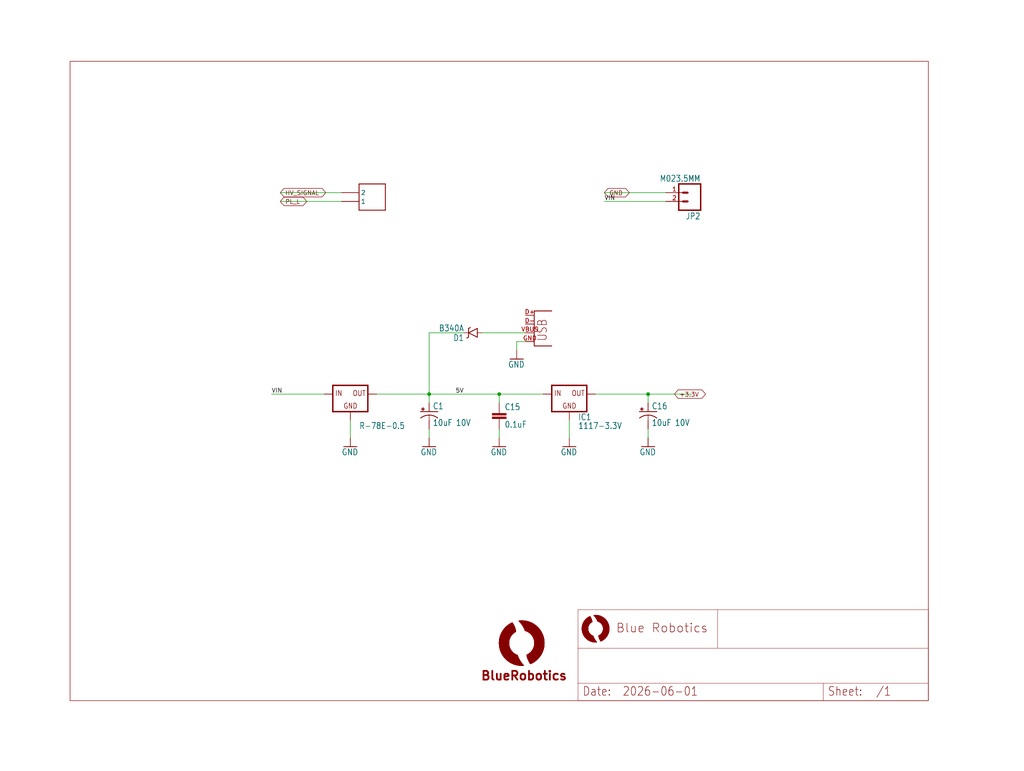
<source format=kicad_sch>
(kicad_sch (version 20231120) (generator "eeschema") (generator_version "8.0")
  (paper "User" 297.002 223.596)
  (lib_symbols
    (symbol "Fathom-X-eagle-import:CAP0603-CAP"
      (property "Reference" "C" (at 1.524 2.921 0))
      (symbol "CAP0603-CAP_1_0"
        (pin passive line (at 0 5.08 270) (length 2.54) (name "1") (number "1"))
        (pin passive line (at 0 -2.54 90) (length 2.54) (name "2") (number "2"))
      )
    )
    (symbol "Fathom-X-eagle-import:CAP_POL1206"
      (property "Reference" "C" (at 1.016 0.635 0))
      (symbol "CAP_POL1206_1_0"
        (pin passive line (at 0 2.54 270) (length 2.54) (name "+") (number "A"))
        (pin passive line (at 0 -5.08 90) (length 2.54) (name "-") (number "C"))
      )
    )
    (symbol "Fathom-X-eagle-import:DIODE-SCHOTTKY-B340A"
      (property "Reference" "D" (at 2.54 0.4826 0))
      (symbol "DIODE-SCHOTTKY-B340A_1_0"
        (pin passive line (at -2.54 0 0) (length 0) (name "A") (number "A"))
        (pin passive line (at 2.54 0 180) (length 0) (name "C") (number "C"))
      )
    )
    (symbol "Fathom-X-eagle-import:FRAME-BLUEROBOTICS"
      (symbol "FRAME-BLUEROBOTICS_2_0"
        (text "${#}/${##}" (at 86.3549 1.2496 0) (effects (font (size 2.54 2.159)) (justify left bottom)))
        (text "${CURRENT_DATE}" (at 12.8727 1.2496 0) (effects (font (size 2.54 2.159)) (justify left bottom)))
        (text "${PROJECTNAME}" (at 1.7729 10.6476 0) (effects (font (size 2.54 2.159)) (justify left bottom)))
        (text "Blue Robotics" (at 10.9423 19.6138 0) (effects (font (size 2.54 2.54)) (justify left bottom)))
        (text "Date:" (at 1.2649 1.2496 0) (effects (font (size 2.54 2.159)) (justify left bottom)))
        (text "Sheet:" (at 72.3849 1.2496 0) (effects (font (size 2.54 2.159)) (justify left bottom)))
      )
    )
    (symbol "Fathom-X-eagle-import:GND" (power)
      (symbol "GND_1_0"
        (pin power_in line (at 0 2.54 270) (length 2.54) (name "GND") (number "1"))
      )
    )
    (symbol "Fathom-X-eagle-import:HEADER-210.16MM"
      (symbol "HEADER-210.16MM_1_0"
        (pin bidirectional line (at 12.7 5.08 180) (length 5.08) (name "1") (number "P$1"))
        (pin bidirectional line (at 12.7 2.54 180) (length 5.08) (name "2") (number "P$2"))
      )
    )
    (symbol "Fathom-X-eagle-import:LOGOFULL-M"
      (symbol "LOGOFULL-M_1_0"
        (text "BlueRobotics" (at -5.4864 -4.3942 0) (effects (font (size 2.54 2.54) (thickness 0.508) (bold yes)) (justify left bottom)))
      )
    )
    (symbol "Fathom-X-eagle-import:M023.5MM"
      (property "Reference" "JP" (at -2.54 5.842 0))
      (symbol "M023.5MM_1_0"
        (pin passive line (at 7.62 0 180) (length 5.08) (name "1") (number "1"))
        (pin passive line (at 7.62 2.54 180) (length 5.08) (name "2") (number "2"))
      )
    )
    (symbol "Fathom-X-eagle-import:SparkFun-Aesthetics_GND" (power)
      (symbol "SparkFun-Aesthetics_GND_1_0"
        (pin power_in line (at 0 2.54 270) (length 2.54) (name "GND") (number "1"))
      )
    )
    (symbol "Fathom-X-eagle-import:USBSMD"
      (symbol "USBSMD_1_0"
        (text "USB" (at 3.81 0 900) (effects (font (size 2.54 2.159)) (justify left bottom)))
        (pin bidirectional line (at -2.54 7.62 0) (length 2.54) (name "D+") (number "D+"))
        (pin bidirectional line (at -2.54 5.08 0) (length 2.54) (name "D-") (number "D-"))
        (pin bidirectional line (at -2.54 0 0) (length 2.54) (name "GND") (number "GND"))
        (pin bidirectional line (at -2.54 2.54 0) (length 2.54) (name "VBUS") (number "VBUS"))
      )
    )
    (symbol "Fathom-X-eagle-import:VREG-1117-FIXEDSOT223"
      (property "Reference" "IC" (at 2.54 -7.62 0))
      (symbol "VREG-1117-FIXEDSOT223_1_0"
        (text "GND" (at -2.032 -4.318 0) (effects (font (size 1.524 1.2954)) (justify left bottom)))
        (text "IN" (at -4.445 -0.635 0) (effects (font (size 1.524 1.2954)) (justify left bottom)))
        (text "OUT" (at 0.635 -0.635 0) (effects (font (size 1.524 1.2954)) (justify left bottom)))
        (pin input line (at 0 -7.62 90) (length 2.54) (name "GND") (number "1"))
        (pin output line (at 7.62 0 180) (length 2.54) (name "OUT") (number "2"))
        (pin input line (at -7.62 0 0) (length 2.54) (name "IN") (number "3"))
      )
    )
    (symbol "Fathom-X-eagle-import:VREG-R-78E-0.5"
      (symbol "VREG-R-78E-0.5_1_0"
        (text "GND" (at -2.032 -4.318 0) (effects (font (size 1.524 1.2954)) (justify left bottom)))
        (text "IN" (at -4.445 -0.635 0) (effects (font (size 1.524 1.2954)) (justify left bottom)))
        (text "OUT" (at 0.635 -0.635 0) (effects (font (size 1.524 1.2954)) (justify left bottom)))
        (pin input line (at 0 -7.62 90) (length 2.54) (name "GND") (number "GND"))
        (pin input line (at -7.62 0 0) (length 2.54) (name "IN") (number "VIN"))
        (pin output line (at 7.62 0 180) (length 2.54) (name "OUT") (number "VOUT"))
      )
    )
  )
  (junction (at 187.96 114.3))
  (junction (at 124.46 114.3))
  (junction (at 144.78 114.3))
  (wire (pts (xy 144.78 114.3) (xy 124.46 114.3)) (stroke (width 0.1524)))
  (wire (pts (xy 134.62 96.52) (xy 124.46 96.52)) (stroke (width 0.1524)))
  (wire (pts (xy 99.06 58.42) (xy 81.28 58.42)) (stroke (width 0.1524)))
  (wire (pts (xy 172.72 114.3) (xy 187.96 114.3)) (stroke (width 0.1524)))
  (wire (pts (xy 99.06 55.88) (xy 81.28 55.88)) (stroke (width 0.1524)))
  (wire (pts (xy 187.96 124.46) (xy 187.96 127)) (stroke (width 0.1524)))
  (wire (pts (xy 101.6 121.92) (xy 101.6 127)) (stroke (width 0.1524)))
  (wire (pts (xy 109.22 114.3) (xy 124.46 114.3)) (stroke (width 0.1524)))
  (wire (pts (xy 144.78 114.3) (xy 157.48 114.3)) (stroke (width 0.1524)))
  (wire (pts (xy 193.04 58.42) (xy 175.26 58.42)) (stroke (width 0.1524)))
  (wire (pts (xy 149.86 99.06) (xy 149.86 101.6)) (stroke (width 0.1524)))
  (wire (pts (xy 144.78 127) (xy 144.78 124.46)) (stroke (width 0.1524)))
  (wire (pts (xy 187.96 114.3) (xy 187.96 116.84)) (stroke (width 0.1524)))
  (wire (pts (xy 124.46 124.46) (xy 124.46 127)) (stroke (width 0.1524)))
  (wire (pts (xy 193.04 55.88) (xy 175.26 55.88)) (stroke (width 0.1524)))
  (wire (pts (xy 139.7 96.52) (xy 152.4 96.52)) (stroke (width 0.1524)))
  (wire (pts (xy 93.98 114.3) (xy 78.74 114.3)) (stroke (width 0.1524)))
  (wire (pts (xy 187.96 114.3) (xy 200.66 114.3)) (stroke (width 0.1524)))
  (wire (pts (xy 124.46 114.3) (xy 124.46 116.84)) (stroke (width 0.1524)))
  (wire (pts (xy 165.1 121.92) (xy 165.1 127)) (stroke (width 0.1524)))
  (wire (pts (xy 124.46 96.52) (xy 124.46 114.3)) (stroke (width 0.1524)))
  (wire (pts (xy 144.78 116.84) (xy 144.78 114.3)) (stroke (width 0.1524)))
  (wire (pts (xy 152.4 99.06) (xy 149.86 99.06)) (stroke (width 0.1524)))
  (label "VIN" (at 175.26 58.42 0) (effects (font (size 1.2446 1.2446))))
  (label "5V" (at 132.08 114.3 0) (effects (font (size 1.2446 1.2446))))
  (label "VIN" (at 78.74 114.3 0) (effects (font (size 1.2446 1.2446))))
  (global_label "GND" (shape bidirectional) (at 175.26 55.88 0) (effects (font (size 1.2446 1.2446))) (property "Intersheetrefs" "${INTERSHEET_REFS}" (effects (hide yes))))
  (global_label "HV_SIGNAL" (shape bidirectional) (at 81.28 55.88 0) (effects (font (size 1.2446 1.2446))) (property "Intersheetrefs" "${INTERSHEET_REFS}" (effects (hide yes))))
  (global_label "+3.3V" (shape bidirectional) (at 195.58 114.3 0) (effects (font (size 1.2446 1.2446))) (property "Intersheetrefs" "${INTERSHEET_REFS}" (effects (hide yes))))
  (global_label "PL_L" (shape bidirectional) (at 81.28 58.42 0) (effects (font (size 1.2446 1.2446))) (property "Intersheetrefs" "${INTERSHEET_REFS}" (effects (hide yes))))
  (symbol (lib_id "Fathom-X-eagle-import:CAP_POL1206") (at 124.46 119.38 0) (unit 1)
    (property "Reference" "C1" (at 125.476 118.745 0) (effects (font (size 1.778 1.5113)) (justify left bottom)))
    (property "Value" "10uF 10V" (at 125.476 123.571 0) (effects (font (size 1.778 1.5113)) (justify left bottom)))
    (property "Footprint" "Fathom-X:EIA3216" (effects (hide yes)))
  )
  (symbol (lib_id "Fathom-X-eagle-import:SparkFun-Aesthetics_GND") (at 187.96 129.54 0) (unit 1)
    (property "Reference" "#GND26" (effects (hide yes)))
    (property "Value" "GND" (at 185.42 132.08 0) (effects (font (size 1.778 1.5113)) (justify left bottom)))
  )
  (symbol (lib_id "Fathom-X-eagle-import:VREG-1117-FIXEDSOT223") (at 165.1 114.3 0) (unit 1)
    (property "Reference" "IC1" (at 167.64 121.92 0) (effects (font (size 1.778 1.5113)) (justify left bottom)))
    (property "Value" "1117-3.3V" (at 167.64 124.46 0) (effects (font (size 1.778 1.5113)) (justify left bottom)))
    (property "Footprint" "Fathom-X:SOT223" (effects (hide yes)))
  )
  (symbol (lib_id "Fathom-X-eagle-import:CAP_POL1206") (at 187.96 119.38 0) (unit 1)
    (property "Reference" "C16" (at 188.976 118.745 0) (effects (font (size 1.778 1.5113)) (justify left bottom)))
    (property "Value" "10uF 10V" (at 188.976 123.571 0) (effects (font (size 1.778 1.5113)) (justify left bottom)))
    (property "Footprint" "Fathom-X:EIA3216" (effects (hide yes)))
  )
  (symbol (lib_id "Fathom-X-eagle-import:M023.5MM") (at 200.66 55.88 180) (unit 1)
    (property "Reference" "JP2" (at 203.2 61.722 0) (effects (font (size 1.778 1.5113)) (justify left bottom)))
    (property "Value" "M023.5MM" (at 203.2 50.8 0) (effects (font (size 1.778 1.5113)) (justify left bottom)))
    (property "Footprint" "Fathom-X:SCREWTERMINAL-3.5MM-2" (effects (hide yes)))
  )
  (symbol (lib_id "Fathom-X-eagle-import:FRAME-BLUEROBOTICS") (at 20.32 203.2 0) (unit 1)
    (property "Reference" "#FRAME2" (effects (hide yes)))
    (property "Value" "Connectors and Power" (effects (hide yes)))
  )
  (symbol (lib_id "Fathom-X-eagle-import:GND") (at 149.86 104.14 0) (unit 1)
    (property "Reference" "#GND1" (effects (hide yes)))
    (property "Value" "GND" (at 147.32 106.68 0) (effects (font (size 1.778 1.5113)) (justify left bottom)))
  )
  (symbol (lib_id "Fathom-X-eagle-import:USBSMD") (at 154.94 99.06 0) (unit 1)
    (property "Reference" "JP3" (effects (hide yes)))
    (property "Value" "USBSMD" (effects (hide yes)))
    (property "Footprint" "Fathom-X:USB-MINIB" (effects (hide yes)))
  )
  (symbol (lib_id "Fathom-X-eagle-import:SparkFun-Aesthetics_GND") (at 165.1 129.54 0) (unit 1)
    (property "Reference" "#GND25" (effects (hide yes)))
    (property "Value" "GND" (at 162.56 132.08 0) (effects (font (size 1.778 1.5113)) (justify left bottom)))
  )
  (symbol (lib_id "Fathom-X-eagle-import:VREG-R-78E-0.5") (at 101.6 114.3 0) (unit 1)
    (property "Reference" "U$9" (effects (hide yes)))
    (property "Value" "R-78E-0.5" (at 104.14 124.46 0) (effects (font (size 1.778 1.5113)) (justify left bottom)))
    (property "Footprint" "Fathom-X:R-78E-0.5" (effects (hide yes)))
  )
  (symbol (lib_id "Fathom-X-eagle-import:SparkFun-Aesthetics_GND") (at 144.78 129.54 0) (unit 1)
    (property "Reference" "#GND21" (effects (hide yes)))
    (property "Value" "GND" (at 142.24 132.08 0) (effects (font (size 1.778 1.5113)) (justify left bottom)))
  )
  (symbol (lib_id "Fathom-X-eagle-import:DIODE-SCHOTTKY-B340A") (at 137.16 96.52 180) (unit 1)
    (property "Reference" "D1" (at 134.62 97.0026 0) (effects (font (size 1.778 1.5113)) (justify left bottom)))
    (property "Value" "B340A" (at 134.62 94.2086 0) (effects (font (size 1.778 1.5113)) (justify left bottom)))
    (property "Footprint" "Fathom-X:SMA-DIODE" (effects (hide yes)))
  )
  (symbol (lib_id "Fathom-X-eagle-import:LOGOFULL-M") (at 144.78 193.04 0) (unit 1)
    (property "Reference" "U$7" (effects (hide yes)))
    (property "Value" "LOGOFULL-M" (effects (hide yes)))
    (property "Footprint" "Fathom-X:BR-FULL-LOGO-MEDIUM" (effects (hide yes)))
  )
  (symbol (lib_id "Fathom-X-eagle-import:FRAME-BLUEROBOTICS") (at 167.64 203.2 0) (unit 2)
    (property "Reference" "#FRAME2" (effects (hide yes)))
    (property "Value" "Connectors and Power" (effects (hide yes)))
  )
  (symbol (lib_id "Fathom-X-eagle-import:GND") (at 101.6 129.54 0) (unit 1)
    (property "Reference" "#GND7" (effects (hide yes)))
    (property "Value" "GND" (at 99.06 132.08 0) (effects (font (size 1.778 1.5113)) (justify left bottom)))
  )
  (symbol (lib_id "Fathom-X-eagle-import:GND") (at 124.46 129.54 0) (unit 1)
    (property "Reference" "#GND8" (effects (hide yes)))
    (property "Value" "GND" (at 121.92 132.08 0) (effects (font (size 1.778 1.5113)) (justify left bottom)))
  )
  (symbol (lib_id "Fathom-X-eagle-import:CAP0603-CAP") (at 144.78 121.92 0) (unit 1)
    (property "Reference" "C15" (at 146.304 118.999 0) (effects (font (size 1.778 1.5113)) (justify left bottom)))
    (property "Value" "0.1uF" (at 146.304 124.079 0) (effects (font (size 1.778 1.5113)) (justify left bottom)))
    (property "Footprint" "Fathom-X:0603-CAP" (effects (hide yes)))
  )
  (symbol (lib_id "Fathom-X-eagle-import:HEADER-210.16MM") (at 111.76 53.34 180) (unit 1)
    (property "Reference" "U$8" (effects (hide yes)))
    (property "Value" "HEADER-210.16MM" (effects (hide yes)))
    (property "Footprint" "Fathom-X:HEADER-10.16MM-2POS" (effects (hide yes)))
  )
)
</source>
